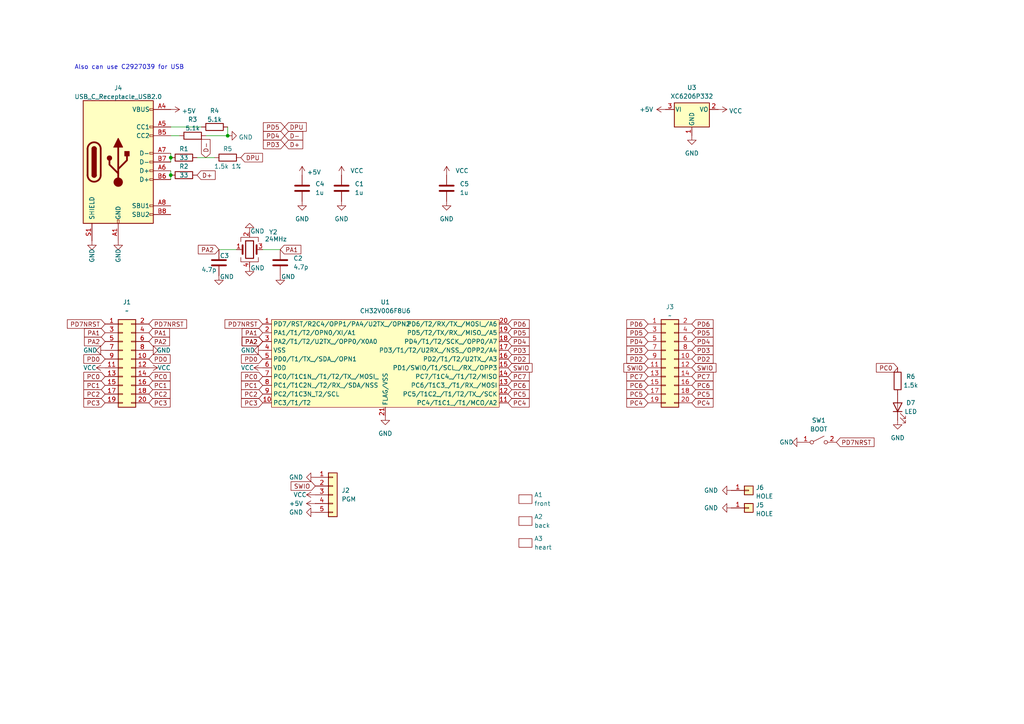
<source format=kicad_sch>
(kicad_sch (version 20250114) (generator "eeschema") (generator_version "9.0")
  (paper "A4")
  (lib_symbols
    (symbol "Connector:USB_C_Receptacle_USB2.0" (pin_names (offset 1.016))
      (property "Reference" "J" (at -10.16 19.05 0))
      (property "Value" "USB_C_Receptacle_USB2.0" (at 19.05 19.05 0))
      (symbol "USB_C_Receptacle_USB2.0_0_0"
        (rectangle (start -0.254 -17.78) (end 0.254 -16.764))
        (rectangle (start 10.16 15.494) (end 9.144 14.986))
        (rectangle (start 10.16 10.414) (end 9.144 9.906))
        (rectangle (start 10.16 7.874) (end 9.144 7.366))
        (rectangle (start 10.16 2.794) (end 9.144 2.286))
        (rectangle (start 10.16 0.254) (end 9.144 -0.254))
        (rectangle (start 10.16 -2.286) (end 9.144 -2.794))
        (rectangle (start 10.16 -4.826) (end 9.144 -5.334))
        (rectangle (start 10.16 -12.446) (end 9.144 -12.954))
        (rectangle (start 10.16 -14.986) (end 9.144 -15.494))
      )
      (symbol "USB_C_Receptacle_USB2.0_0_1"
        (rectangle (start -10.16 17.78) (end 10.16 -17.78) (stroke (width 0.254)) (fill (type background)))
        (polyline (pts (xy -8.89 -3.81) (xy -8.89 3.81)) (stroke (width 0.508)))
        (rectangle (start -7.62 -3.81) (end -6.35 3.81) (stroke (width 0.254)) (fill (type outline)))
        (arc (start -7.62 3.81) (mid -6.985 4.4422) (end -6.35 3.81) (stroke (width 0.254)))
        (arc (start -7.62 3.81) (mid -6.985 4.4422) (end -6.35 3.81) (stroke (width 0.254)) (fill (type outline)))
        (arc (start -8.89 3.81) (mid -6.985 5.7066) (end -5.08 3.81) (stroke (width 0.508)))
        (arc (start -5.08 -3.81) (mid -6.985 -5.7066) (end -8.89 -3.81) (stroke (width 0.508)))
        (arc (start -6.35 -3.81) (mid -6.985 -4.4422) (end -7.62 -3.81) (stroke (width 0.254)))
        (arc (start -6.35 -3.81) (mid -6.985 -4.4422) (end -7.62 -3.81) (stroke (width 0.254)) (fill (type outline)))
        (polyline (pts (xy -5.08 3.81) (xy -5.08 -3.81)) (stroke (width 0.508)))
        (circle (center -2.54 1.143) (radius 0.635) (stroke (width 0.254)) (fill (type outline)))
        (polyline (pts (xy -1.27 4.318) (xy 0 6.858) (xy 1.27 4.318) (xy -1.27 4.318)) (stroke (width 0.254)) (fill (type outline)))
        (polyline (pts (xy 0 -2.032) (xy 2.54 0.508) (xy 2.54 1.778)) (stroke (width 0.508)))
        (polyline (pts (xy 0 -3.302) (xy -2.54 -0.762) (xy -2.54 0.508)) (stroke (width 0.508)))
        (polyline (pts (xy 0 -5.842) (xy 0 4.318)) (stroke (width 0.508)))
        (circle (center 0 -5.842) (radius 1.27) (fill (type outline)))
        (rectangle (start 1.905 1.778) (end 3.175 3.048) (stroke (width 0.254)) (fill (type outline)))
      )
      (symbol "USB_C_Receptacle_USB2.0_1_1"
        (pin passive line (at -7.62 -22.86 90) (length 5.08) (name "SHIELD") (number "S1"))
        (pin passive line (at 0 -22.86 90) (length 5.08) (name "GND") (number "A1"))
        (pin passive line (at 0 -22.86 90) (length 5.08) (hide yes) (name "GND") (number "A12"))
        (pin passive line (at 0 -22.86 90) (length 5.08) (hide yes) (name "GND") (number "B1"))
        (pin passive line (at 0 -22.86 90) (length 5.08) (hide yes) (name "GND") (number "B12"))
        (pin passive line (at 15.24 15.24 180) (length 5.08) (name "VBUS") (number "A4"))
        (pin passive line (at 15.24 15.24 180) (length 5.08) (hide yes) (name "VBUS") (number "A9"))
        (pin passive line (at 15.24 15.24 180) (length 5.08) (hide yes) (name "VBUS") (number "B4"))
        (pin passive line (at 15.24 15.24 180) (length 5.08) (hide yes) (name "VBUS") (number "B9"))
        (pin bidirectional line (at 15.24 10.16 180) (length 5.08) (name "CC1") (number "A5"))
        (pin bidirectional line (at 15.24 7.62 180) (length 5.08) (name "CC2") (number "B5"))
        (pin bidirectional line (at 15.24 2.54 180) (length 5.08) (name "D-") (number "A7"))
        (pin bidirectional line (at 15.24 0 180) (length 5.08) (name "D-") (number "B7"))
        (pin bidirectional line (at 15.24 -2.54 180) (length 5.08) (name "D+") (number "A6"))
        (pin bidirectional line (at 15.24 -5.08 180) (length 5.08) (name "D+") (number "B6"))
        (pin bidirectional line (at 15.24 -12.7 180) (length 5.08) (name "SBU1") (number "A8"))
        (pin bidirectional line (at 15.24 -15.24 180) (length 5.08) (name "SBU2") (number "B8"))
      )
    )
    (symbol "Connector_Generic:Conn_01x01" (pin_names (offset 1.016) (hide yes))
      (property "Reference" "J" (at 0 2.54 0))
      (property "Value" "Conn_01x01" (at 0 -2.54 0))
      (symbol "Conn_01x01_1_1"
        (rectangle (start -1.27 1.27) (end 1.27 -1.27) (stroke (width 0.254)) (fill (type background)))
        (rectangle (start -1.27 0.127) (end 0 -0.127) (stroke (width 0.1524)))
        (pin passive line (at -5.08 0 0) (length 3.81) (name "Pin_1") (number "1"))
      )
    )
    (symbol "Connector_Generic:Conn_01x05" (pin_names (offset 1.016) (hide yes))
      (property "Reference" "J" (at 0 7.62 0))
      (property "Value" "Conn_01x05" (at 0 -7.62 0))
      (symbol "Conn_01x05_1_1"
        (rectangle (start -1.27 6.35) (end 1.27 -6.35) (stroke (width 0.254)) (fill (type background)))
        (rectangle (start -1.27 5.207) (end 0 4.953) (stroke (width 0.1524)))
        (rectangle (start -1.27 2.667) (end 0 2.413) (stroke (width 0.1524)))
        (rectangle (start -1.27 0.127) (end 0 -0.127) (stroke (width 0.1524)))
        (rectangle (start -1.27 -2.413) (end 0 -2.667) (stroke (width 0.1524)))
        (rectangle (start -1.27 -4.953) (end 0 -5.207) (stroke (width 0.1524)))
        (pin passive line (at -5.08 5.08 0) (length 3.81) (name "Pin_1") (number "1"))
        (pin passive line (at -5.08 2.54 0) (length 3.81) (name "Pin_2") (number "2"))
        (pin passive line (at -5.08 0 0) (length 3.81) (name "Pin_3") (number "3"))
        (pin passive line (at -5.08 -2.54 0) (length 3.81) (name "Pin_4") (number "4"))
        (pin passive line (at -5.08 -5.08 0) (length 3.81) (name "Pin_5") (number "5"))
      )
    )
    (symbol "Connector_Generic:Conn_02x10_Odd_Even" (pin_names (offset 1.016) (hide yes))
      (property "Reference" "J" (at 1.27 12.7 0))
      (property "Value" "Conn_02x10_Odd_Even" (at 1.27 -15.24 0))
      (symbol "Conn_02x10_Odd_Even_1_1"
        (rectangle (start -1.27 11.43) (end 3.81 -13.97) (stroke (width 0.254)) (fill (type background)))
        (rectangle (start -1.27 10.287) (end 0 10.033) (stroke (width 0.1524)))
        (rectangle (start -1.27 7.747) (end 0 7.493) (stroke (width 0.1524)))
        (rectangle (start -1.27 5.207) (end 0 4.953) (stroke (width 0.1524)))
        (rectangle (start -1.27 2.667) (end 0 2.413) (stroke (width 0.1524)))
        (rectangle (start -1.27 0.127) (end 0 -0.127) (stroke (width 0.1524)))
        (rectangle (start -1.27 -2.413) (end 0 -2.667) (stroke (width 0.1524)))
        (rectangle (start -1.27 -4.953) (end 0 -5.207) (stroke (width 0.1524)))
        (rectangle (start -1.27 -7.493) (end 0 -7.747) (stroke (width 0.1524)))
        (rectangle (start -1.27 -10.033) (end 0 -10.287) (stroke (width 0.1524)))
        (rectangle (start -1.27 -12.573) (end 0 -12.827) (stroke (width 0.1524)))
        (rectangle (start 3.81 10.287) (end 2.54 10.033) (stroke (width 0.1524)))
        (rectangle (start 3.81 7.747) (end 2.54 7.493) (stroke (width 0.1524)))
        (rectangle (start 3.81 5.207) (end 2.54 4.953) (stroke (width 0.1524)))
        (rectangle (start 3.81 2.667) (end 2.54 2.413) (stroke (width 0.1524)))
        (rectangle (start 3.81 0.127) (end 2.54 -0.127) (stroke (width 0.1524)))
        (rectangle (start 3.81 -2.413) (end 2.54 -2.667) (stroke (width 0.1524)))
        (rectangle (start 3.81 -4.953) (end 2.54 -5.207) (stroke (width 0.1524)))
        (rectangle (start 3.81 -7.493) (end 2.54 -7.747) (stroke (width 0.1524)))
        (rectangle (start 3.81 -10.033) (end 2.54 -10.287) (stroke (width 0.1524)))
        (rectangle (start 3.81 -12.573) (end 2.54 -12.827) (stroke (width 0.1524)))
        (pin passive line (at -5.08 10.16 0) (length 3.81) (name "Pin_1") (number "1"))
        (pin passive line (at -5.08 7.62 0) (length 3.81) (name "Pin_3") (number "3"))
        (pin passive line (at -5.08 5.08 0) (length 3.81) (name "Pin_5") (number "5"))
        (pin passive line (at -5.08 2.54 0) (length 3.81) (name "Pin_7") (number "7"))
        (pin passive line (at -5.08 0 0) (length 3.81) (name "Pin_9") (number "9"))
        (pin passive line (at -5.08 -2.54 0) (length 3.81) (name "Pin_11") (number "11"))
        (pin passive line (at -5.08 -5.08 0) (length 3.81) (name "Pin_13") (number "13"))
        (pin passive line (at -5.08 -7.62 0) (length 3.81) (name "Pin_15") (number "15"))
        (pin passive line (at -5.08 -10.16 0) (length 3.81) (name "Pin_17") (number "17"))
        (pin passive line (at -5.08 -12.7 0) (length 3.81) (name "Pin_19") (number "19"))
        (pin passive line (at 7.62 10.16 180) (length 3.81) (name "Pin_2") (number "2"))
        (pin passive line (at 7.62 7.62 180) (length 3.81) (name "Pin_4") (number "4"))
        (pin passive line (at 7.62 5.08 180) (length 3.81) (name "Pin_6") (number "6"))
        (pin passive line (at 7.62 2.54 180) (length 3.81) (name "Pin_8") (number "8"))
        (pin passive line (at 7.62 0 180) (length 3.81) (name "Pin_10") (number "10"))
        (pin passive line (at 7.62 -2.54 180) (length 3.81) (name "Pin_12") (number "12"))
        (pin passive line (at 7.62 -5.08 180) (length 3.81) (name "Pin_14") (number "14"))
        (pin passive line (at 7.62 -7.62 180) (length 3.81) (name "Pin_16") (number "16"))
        (pin passive line (at 7.62 -10.16 180) (length 3.81) (name "Pin_18") (number "18"))
        (pin passive line (at 7.62 -12.7 180) (length 3.81) (name "Pin_20") (number "20"))
      )
    )
    (symbol "Device:C" (pin_numbers (hide yes)) (pin_names (offset 0.254))
      (property "Reference" "C" (at 0.635 2.54 0))
      (property "Value" "C" (at 0.635 -2.54 0))
      (symbol "C_0_1"
        (polyline (pts (xy -2.032 0.762) (xy 2.032 0.762)) (stroke (width 0.508)))
        (polyline (pts (xy -2.032 -0.762) (xy 2.032 -0.762)) (stroke (width 0.508)))
      )
      (symbol "C_1_1"
        (pin passive line (at 0 3.81 270) (length 2.794) (name "~") (number "1"))
        (pin passive line (at 0 -3.81 90) (length 2.794) (name "~") (number "2"))
      )
    )
    (symbol "Device:Crystal_GND24" (pin_names (offset 1.016) (hide yes))
      (property "Reference" "Y" (at 3.175 5.08 0))
      (property "Value" "Crystal_GND24" (at 3.175 3.175 0))
      (symbol "Crystal_GND24_0_1"
        (polyline (pts (xy -2.54 2.286) (xy -2.54 3.556) (xy 2.54 3.556) (xy 2.54 2.286)))
        (polyline (pts (xy -2.54 0) (xy -2.032 0)))
        (polyline (pts (xy -2.54 -2.286) (xy -2.54 -3.556) (xy 2.54 -3.556) (xy 2.54 -2.286)))
        (polyline (pts (xy -2.032 -1.27) (xy -2.032 1.27)) (stroke (width 0.508)))
        (rectangle (start -1.143 2.54) (end 1.143 -2.54) (stroke (width 0.3048)))
        (polyline (pts (xy 0 3.556) (xy 0 3.81)))
        (polyline (pts (xy 0 -3.81) (xy 0 -3.556)))
        (polyline (pts (xy 2.032 0) (xy 2.54 0)))
        (polyline (pts (xy 2.032 -1.27) (xy 2.032 1.27)) (stroke (width 0.508)))
      )
      (symbol "Crystal_GND24_1_1"
        (pin passive line (at -3.81 0 0) (length 1.27) (name "1") (number "1"))
        (pin passive line (at 0 5.08 270) (length 1.27) (name "2") (number "2"))
        (pin passive line (at 0 -5.08 90) (length 1.27) (name "4") (number "4"))
        (pin passive line (at 3.81 0 180) (length 1.27) (name "3") (number "3"))
      )
    )
    (symbol "Device:LED" (pin_numbers (hide yes)) (pin_names (offset 1.016) (hide yes))
      (property "Reference" "D" (at 0 2.54 0))
      (property "Value" "LED" (at 0 -2.54 0))
      (symbol "LED_0_1"
        (polyline (pts (xy -3.048 -0.762) (xy -4.572 -2.286) (xy -3.81 -2.286) (xy -4.572 -2.286) (xy -4.572 -1.524)))
        (polyline (pts (xy -1.778 -0.762) (xy -3.302 -2.286) (xy -2.54 -2.286) (xy -3.302 -2.286) (xy -3.302 -1.524)))
        (polyline (pts (xy -1.27 0) (xy 1.27 0)))
        (polyline (pts (xy -1.27 -1.27) (xy -1.27 1.27)) (stroke (width 0.254)))
        (polyline (pts (xy 1.27 -1.27) (xy 1.27 1.27) (xy -1.27 0) (xy 1.27 -1.27)) (stroke (width 0.254)))
      )
      (symbol "LED_1_1"
        (pin passive line (at -3.81 0 0) (length 2.54) (name "K") (number "1"))
        (pin passive line (at 3.81 0 180) (length 2.54) (name "A") (number "2"))
      )
    )
    (symbol "Device:R" (pin_numbers (hide yes)) (pin_names (offset 0))
      (property "Reference" "R" (at 2.032 0 90))
      (property "Value" "R" (at 0 0 90))
      (symbol "R_0_1"
        (rectangle (start -1.016 -2.54) (end 1.016 2.54) (stroke (width 0.254)))
      )
      (symbol "R_1_1"
        (pin passive line (at 0 3.81 270) (length 1.27) (name "~") (number "1"))
        (pin passive line (at 0 -3.81 90) (length 1.27) (name "~") (number "2"))
      )
    )
    (symbol "Regulator_Linear:AZ1117-5.0" (pin_names (offset 0.254))
      (property "Reference" "U" (at -3.81 3.175 0))
      (property "Value" "AZ1117-5.0" (at 0 3.175 0))
      (symbol "AZ1117-5.0_0_1"
        (rectangle (start -5.08 1.905) (end 5.08 -5.08) (stroke (width 0.254)) (fill (type background)))
      )
      (symbol "AZ1117-5.0_1_1"
        (pin power_in line (at -7.62 0 0) (length 2.54) (name "VI") (number "3"))
        (pin power_in line (at 0 -7.62 90) (length 2.54) (name "GND") (number "1"))
        (pin power_out line (at 7.62 0 180) (length 2.54) (name "VO") (number "2"))
      )
    )
    (symbol "Switch:SW_SPST" (pin_names (offset 0) (hide yes))
      (property "Reference" "SW" (at 0 3.175 0))
      (property "Value" "SW_SPST" (at 0 -2.54 0))
      (symbol "SW_SPST_0_0"
        (circle (center -2.032 0) (radius 0.508))
        (polyline (pts (xy -1.524 0.254) (xy 1.524 1.778)))
        (circle (center 2.032 0) (radius 0.508))
      )
      (symbol "SW_SPST_1_1"
        (pin passive line (at -5.08 0 0) (length 2.54) (name "A") (number "1"))
        (pin passive line (at 5.08 0 180) (length 2.54) (name "B") (number "2"))
      )
    )
    (symbol "artwork:artwork"
      (property "Reference" "A" (at 0 0 0))
      (property "Value" "artwork" (at 0 2.54 0))
      (symbol "artwork_0_1"
        (rectangle (start -1.905 1.27) (end 1.905 -1.27))
      )
    )
    (symbol "cnhardware:CH32V006F8U6"
      (property "Reference" "U" (at 0 -1.27 0))
      (property "Value" "CH32V006F8U6" (at 2.54 0 0))
      (symbol "CH32V006F8U6_1_1"
        (rectangle (start -33.02 12.7) (end 33.02 -12.7) (fill (type background)))
        (pin bidirectional line (at -35.56 11.43 0) (length 2.54) (name "PD7/RST/R2C4/OPP1/PA4/U2TX_/OPN2") (number "1"))
        (pin bidirectional line (at -35.56 8.89 0) (length 2.54) (name "PA1/T1/T2/OPN0/XI/A1") (number "2"))
        (pin bidirectional line (at -35.56 6.35 0) (length 2.54) (name "PA2/T1/T2/U2TX_/OPP0/X0A0") (number "3"))
        (pin bidirectional line (at -35.56 3.81 0) (length 2.54) (name "VSS") (number "4"))
        (pin bidirectional line (at -35.56 1.27 0) (length 2.54) (name "PD0/T1/TX_/SDA_/OPN1") (number "5"))
        (pin bidirectional line (at -35.56 -1.27 0) (length 2.54) (name "VDD") (number "6"))
        (pin bidirectional line (at -35.56 -3.81 0) (length 2.54) (name "PC0/T1C1N_/T1/T2/TX_/MOSI_") (number "7"))
        (pin bidirectional line (at -35.56 -6.35 0) (length 2.54) (name "PC1/T1C2N_/T2/RX_/SDA/NSS") (number "8"))
        (pin bidirectional line (at -35.56 -8.89 0) (length 2.54) (name "PC2/T1C3N_T2/SCL") (number "9"))
        (pin bidirectional line (at -35.56 -11.43 0) (length 2.54) (name "PC3/T1/T2") (number "10"))
        (pin bidirectional line (at 0 -15.24 90) (length 2.54) (name "FLAG/VSS") (number "21"))
        (pin bidirectional line (at 35.56 11.43 180) (length 2.54) (name "PD6/T2/RX/TX_/MOSI_/A6") (number "20"))
        (pin bidirectional line (at 35.56 8.89 180) (length 2.54) (name "PD5/T2/TX/RX_/MISO_/A5") (number "19"))
        (pin bidirectional line (at 35.56 6.35 180) (length 2.54) (name "PD4/T1/T2/SCK_/OPP0/A7") (number "18"))
        (pin bidirectional line (at 35.56 3.81 180) (length 2.54) (name "PD3/T1/T2/U2RX_/NSS_/OPP2/A4") (number "17"))
        (pin bidirectional line (at 35.56 1.27 180) (length 2.54) (name "PD2/T1/T2/U2TX_/A3") (number "16"))
        (pin bidirectional line (at 35.56 -1.27 180) (length 2.54) (name "PD1/SWIO/T1/SCL_/RX_/OPP3") (number "15"))
        (pin bidirectional line (at 35.56 -3.81 180) (length 2.54) (name "PC7/T1C4_/T1/T2/MISO") (number "14"))
        (pin bidirectional line (at 35.56 -6.35 180) (length 2.54) (name "PC6/T1C3_/T1/RX_/MOSI") (number "13"))
        (pin bidirectional line (at 35.56 -8.89 180) (length 2.54) (name "PC5/T1C2_/T1/T2/TX_/SCK") (number "12"))
        (pin bidirectional line (at 35.56 -11.43 180) (length 2.54) (name "PC4/T1C1_/T1/MCO/A2") (number "11"))
      )
    )
    (symbol "power:+5V" (power) (pin_names (offset 0))
      (property "Value" "+5V" (at 0 3.556 0))
      (symbol "+5V_0_1"
        (polyline (pts (xy -0.762 1.27) (xy 0 2.54)))
        (polyline (pts (xy 0 2.54) (xy 0.762 1.27)))
        (polyline (pts (xy 0 0) (xy 0 2.54)))
      )
      (symbol "+5V_1_1"
        (pin power_in line (at 0 0 90) (length 0) (hide yes) (name "+5V") (number "1"))
      )
    )
    (symbol "power:GND" (power) (pin_names (offset 0))
      (property "Value" "GND" (at 0 -3.81 0))
      (symbol "GND_0_1"
        (polyline (pts (xy 0 0) (xy 0 -1.27) (xy 1.27 -1.27) (xy 0 -2.54) (xy -1.27 -1.27) (xy 0 -1.27)))
      )
      (symbol "GND_1_1"
        (pin power_in line (at 0 0 270) (length 0) (hide yes) (name "GND") (number "1"))
      )
    )
    (symbol "power:VCC" (power) (pin_names (offset 0))
      (property "Value" "VCC" (at 0 3.81 0))
      (symbol "VCC_0_1"
        (polyline (pts (xy -0.762 1.27) (xy 0 2.54)))
        (polyline (pts (xy 0 2.54) (xy 0.762 1.27)))
        (polyline (pts (xy 0 0) (xy 0 2.54)))
      )
      (symbol "VCC_1_1"
        (pin power_in line (at 0 0 90) (length 0) (hide yes) (name "VCC") (number "1"))
      )
    )
  )
  (text "Also can use C2927039 for USB" (at 21.59 20.32 0) (effects (font (size 1.27 1.27)) (justify left bottom)))
  (junction (at 49.53 50.8))
  (junction (at 66.04 39.37))
  (junction (at 49.53 45.72))
  (wire (pts (xy 57.15 45.72) (xy 62.23 45.72)))
  (wire (pts (xy 81.28 72.39) (xy 76.2 72.39)))
  (wire (pts (xy 52.07 39.37) (xy 49.53 39.37)))
  (wire (pts (xy 66.04 39.37) (xy 66.04 36.83)))
  (wire (pts (xy 49.53 49.53) (xy 49.53 50.8)))
  (wire (pts (xy 49.53 45.72) (xy 49.53 46.99)))
  (wire (pts (xy 59.69 39.37) (xy 66.04 39.37)))
  (wire (pts (xy 49.53 44.45) (xy 49.53 45.72)))
  (wire (pts (xy 63.5 72.39) (xy 68.58 72.39)))
  (wire (pts (xy 58.42 36.83) (xy 49.53 36.83)))
  (wire (pts (xy 49.53 50.8) (xy 49.53 52.07)))
  (global_label "PC5" (shape input) (at 187.96 114.3 180) (property "Intersheetrefs" "${INTERSHEET_REFS}" (effects (hide yes))))
  (global_label "PC3" (shape input) (at 30.48 116.84 180) (property "Intersheetrefs" "${INTERSHEET_REFS}" (effects (hide yes))))
  (global_label "PA1" (shape input) (at 43.18 96.52 0) (property "Intersheetrefs" "${INTERSHEET_REFS}" (effects (hide yes))))
  (global_label "PD6" (shape input) (at 147.32 93.98 0) (property "Intersheetrefs" "${INTERSHEET_REFS}" (effects (hide yes))))
  (global_label "D+" (shape input) (at 82.55 41.91 0) (property "Intersheetrefs" "${INTERSHEET_REFS}" (effects (hide yes))))
  (global_label "PC6" (shape input) (at 200.66 111.76 0) (property "Intersheetrefs" "${INTERSHEET_REFS}" (effects (hide yes))))
  (global_label "SWIO" (shape input) (at 200.66 106.68 0) (property "Intersheetrefs" "${INTERSHEET_REFS}" (effects (hide yes))))
  (global_label "PD2" (shape input) (at 147.32 104.14 0) (property "Intersheetrefs" "${INTERSHEET_REFS}" (effects (hide yes))))
  (global_label "PC0" (shape input) (at 260.35 106.68 180) (property "Intersheetrefs" "${INTERSHEET_REFS}" (effects (hide yes))))
  (global_label "PC5" (shape input) (at 147.32 114.3 0) (property "Intersheetrefs" "${INTERSHEET_REFS}" (effects (hide yes))))
  (global_label "PA2" (shape input) (at 76.2 99.06 180) (property "Intersheetrefs" "${INTERSHEET_REFS}" (effects (hide yes))))
  (global_label "PD0" (shape input) (at 30.48 104.14 180) (property "Intersheetrefs" "${INTERSHEET_REFS}" (effects (hide yes))))
  (global_label "PC3" (shape input) (at 43.18 116.84 0) (property "Intersheetrefs" "${INTERSHEET_REFS}" (effects (hide yes))))
  (global_label "PD5" (shape input) (at 187.96 96.52 180) (property "Intersheetrefs" "${INTERSHEET_REFS}" (effects (hide yes))))
  (global_label "PC0" (shape input) (at 76.2 109.22 180) (property "Intersheetrefs" "${INTERSHEET_REFS}" (effects (hide yes))))
  (global_label "PD4" (shape input) (at 147.32 99.06 0) (property "Intersheetrefs" "${INTERSHEET_REFS}" (effects (hide yes))))
  (global_label "PC1" (shape input) (at 43.18 111.76 0) (property "Intersheetrefs" "${INTERSHEET_REFS}" (effects (hide yes))))
  (global_label "PC3" (shape input) (at 76.2 116.84 180) (property "Intersheetrefs" "${INTERSHEET_REFS}" (effects (hide yes))))
  (global_label "PD5" (shape input) (at 200.66 96.52 0) (property "Intersheetrefs" "${INTERSHEET_REFS}" (effects (hide yes))))
  (global_label "PD6" (shape input) (at 200.66 93.98 0) (property "Intersheetrefs" "${INTERSHEET_REFS}" (effects (hide yes))))
  (global_label "PA2" (shape input) (at 43.18 99.06 0) (property "Intersheetrefs" "${INTERSHEET_REFS}" (effects (hide yes))))
  (global_label "PD7NRST" (shape input) (at 43.18 93.98 0) (property "Intersheetrefs" "${INTERSHEET_REFS}" (effects (hide yes))))
  (global_label "PA1" (shape input) (at 76.2 96.52 180) (property "Intersheetrefs" "${INTERSHEET_REFS}" (effects (hide yes))))
  (global_label "PA2" (shape input) (at 30.48 99.06 180) (property "Intersheetrefs" "${INTERSHEET_REFS}" (effects (hide yes))))
  (global_label "PD7NRST" (shape input) (at 76.2 93.98 180) (property "Intersheetrefs" "${INTERSHEET_REFS}" (effects (hide yes))))
  (global_label "PC1" (shape input) (at 76.2 111.76 180) (property "Intersheetrefs" "${INTERSHEET_REFS}" (effects (hide yes))))
  (global_label "PC7" (shape input) (at 187.96 109.22 180) (property "Intersheetrefs" "${INTERSHEET_REFS}" (effects (hide yes))))
  (global_label "D-" (shape input) (at 82.55 39.37 0) (property "Intersheetrefs" "${INTERSHEET_REFS}" (effects (hide yes))))
  (global_label "PC2" (shape input) (at 30.48 114.3 180) (property "Intersheetrefs" "${INTERSHEET_REFS}" (effects (hide yes))))
  (global_label "PC4" (shape input) (at 187.96 116.84 180) (property "Intersheetrefs" "${INTERSHEET_REFS}" (effects (hide yes))))
  (global_label "PC5" (shape input) (at 200.66 114.3 0) (property "Intersheetrefs" "${INTERSHEET_REFS}" (effects (hide yes))))
  (global_label "PD4" (shape input) (at 82.55 39.37 180) (property "Intersheetrefs" "${INTERSHEET_REFS}" (effects (hide yes))))
  (global_label "PC2" (shape input) (at 43.18 114.3 0) (property "Intersheetrefs" "${INTERSHEET_REFS}" (effects (hide yes))))
  (global_label "PA2" (shape input) (at 63.5 72.39 180) (property "Intersheetrefs" "${INTERSHEET_REFS}" (effects (hide yes))))
  (global_label "PD7NRST" (shape input) (at 30.48 93.98 180) (property "Intersheetrefs" "${INTERSHEET_REFS}" (effects (hide yes))))
  (global_label "PD3" (shape input) (at 147.32 101.6 0) (property "Intersheetrefs" "${INTERSHEET_REFS}" (effects (hide yes))))
  (global_label "PD2" (shape input) (at 200.66 104.14 0) (property "Intersheetrefs" "${INTERSHEET_REFS}" (effects (hide yes))))
  (global_label "D-" (shape input) (at 59.69 45.72 90) (property "Intersheetrefs" "${INTERSHEET_REFS}" (effects (hide yes))))
  (global_label "PC0" (shape input) (at 30.48 109.22 180) (property "Intersheetrefs" "${INTERSHEET_REFS}" (effects (hide yes))))
  (global_label "PC1" (shape input) (at 30.48 111.76 180) (property "Intersheetrefs" "${INTERSHEET_REFS}" (effects (hide yes))))
  (global_label "PC7" (shape input) (at 147.32 109.22 0) (property "Intersheetrefs" "${INTERSHEET_REFS}" (effects (hide yes))))
  (global_label "PD3" (shape input) (at 200.66 101.6 0) (property "Intersheetrefs" "${INTERSHEET_REFS}" (effects (hide yes))))
  (global_label "DPU" (shape input) (at 69.85 45.72 0) (property "Intersheetrefs" "${INTERSHEET_REFS}" (effects (hide yes))))
  (global_label "DPU" (shape input) (at 82.55 36.83 0) (property "Intersheetrefs" "${INTERSHEET_REFS}" (effects (hide yes))))
  (global_label "PA1" (shape input) (at 81.28 72.39 0) (property "Intersheetrefs" "${INTERSHEET_REFS}" (effects (hide yes))))
  (global_label "D+" (shape input) (at 57.15 50.8 0) (property "Intersheetrefs" "${INTERSHEET_REFS}" (effects (hide yes))))
  (global_label "PD3" (shape input) (at 187.96 101.6 180) (property "Intersheetrefs" "${INTERSHEET_REFS}" (effects (hide yes))))
  (global_label "PD0" (shape input) (at 76.2 104.14 180) (property "Intersheetrefs" "${INTERSHEET_REFS}" (effects (hide yes))))
  (global_label "PC6" (shape input) (at 147.32 111.76 0) (property "Intersheetrefs" "${INTERSHEET_REFS}" (effects (hide yes))))
  (global_label "SWIO" (shape input) (at 91.44 140.97 180) (property "Intersheetrefs" "${INTERSHEET_REFS}" (effects (hide yes))))
  (global_label "SWIO" (shape input) (at 187.96 106.68 180) (property "Intersheetrefs" "${INTERSHEET_REFS}" (effects (hide yes))))
  (global_label "PC6" (shape input) (at 187.96 111.76 180) (property "Intersheetrefs" "${INTERSHEET_REFS}" (effects (hide yes))))
  (global_label "PD7NRST" (shape input) (at 242.57 128.27 0) (property "Intersheetrefs" "${INTERSHEET_REFS}" (effects (hide yes))))
  (global_label "PC2" (shape input) (at 76.2 114.3 180) (property "Intersheetrefs" "${INTERSHEET_REFS}" (effects (hide yes))))
  (global_label "PD5" (shape input) (at 147.32 96.52 0) (property "Intersheetrefs" "${INTERSHEET_REFS}" (effects (hide yes))))
  (global_label "PD3" (shape input) (at 82.55 41.91 180) (property "Intersheetrefs" "${INTERSHEET_REFS}" (effects (hide yes))))
  (global_label "PA2" (shape input) (at 76.2 99.06 180) (property "Intersheetrefs" "${INTERSHEET_REFS}" (effects (hide yes))))
  (global_label "PD4" (shape input) (at 187.96 99.06 180) (property "Intersheetrefs" "${INTERSHEET_REFS}" (effects (hide yes))))
  (global_label "PC0" (shape input) (at 43.18 109.22 0) (property "Intersheetrefs" "${INTERSHEET_REFS}" (effects (hide yes))))
  (global_label "PC4" (shape input) (at 147.32 116.84 0) (property "Intersheetrefs" "${INTERSHEET_REFS}" (effects (hide yes))))
  (global_label "PA1" (shape input) (at 30.48 96.52 180) (property "Intersheetrefs" "${INTERSHEET_REFS}" (effects (hide yes))))
  (global_label "PD5" (shape input) (at 82.55 36.83 180) (property "Intersheetrefs" "${INTERSHEET_REFS}" (effects (hide yes))))
  (global_label "PC7" (shape input) (at 200.66 109.22 0) (property "Intersheetrefs" "${INTERSHEET_REFS}" (effects (hide yes))))
  (global_label "PD2" (shape input) (at 187.96 104.14 180) (property "Intersheetrefs" "${INTERSHEET_REFS}" (effects (hide yes))))
  (global_label "PD4" (shape input) (at 200.66 99.06 0) (property "Intersheetrefs" "${INTERSHEET_REFS}" (effects (hide yes))))
  (global_label "PC4" (shape input) (at 200.66 116.84 0) (property "Intersheetrefs" "${INTERSHEET_REFS}" (effects (hide yes))))
  (global_label "PD0" (shape input) (at 43.18 104.14 0) (property "Intersheetrefs" "${INTERSHEET_REFS}" (effects (hide yes))))
  (global_label "SWIO" (shape input) (at 147.32 106.68 0) (property "Intersheetrefs" "${INTERSHEET_REFS}" (effects (hide yes))))
  (global_label "PD6" (shape input) (at 187.96 93.98 180) (property "Intersheetrefs" "${INTERSHEET_REFS}" (effects (hide yes))))
  (symbol (lib_id "power:GND") (at 212.09 147.32 270) (unit 1)
    (property "Reference" "#PWR0132" (effects (hide yes)))
    (property "Value" "GND" (at 208.28 147.32 90) (effects (justify right)))
  )
  (symbol (lib_id "power:GND") (at 99.06 58.42 0) (unit 1)
    (property "Reference" "#PWR0103" (effects (hide yes)))
    (property "Value" "GND" (at 99.06 63.5 0))
  )
  (symbol (lib_id "power:VCC") (at 99.06 50.8 0) (unit 1)
    (property "Reference" "#PWR0102" (effects (hide yes)))
    (property "Value" "VCC" (at 101.6 49.5299 0) (effects (justify left)))
  )
  (symbol (lib_id "power:GND") (at 30.48 101.6 270) (unit 1)
    (property "Reference" "#PWR0116" (effects (hide yes)))
    (property "Value" "GND" (at 24.13 101.6 90) (effects (justify left)))
  )
  (symbol (lib_id "power:GND") (at 81.28 80.01 0) (unit 1)
    (property "Reference" "#PWR04" (effects (hide yes)))
    (property "Value" "GND" (at 81.534 80.264 0) (effects (justify left)))
  )
  (symbol (lib_id "Device:R") (at 66.04 45.72 90) (unit 1)
    (property "Reference" "R5" (at 66.04 43.18 90))
    (property "Value" "1.5k 1%" (at 66.04 48.26 90))
    (property "Footprint" "Resistor_SMD:R_0402_1005Metric" (effects (hide yes)))
    (property "LCSC" "C25867" (effects (hide yes)))
  )
  (symbol (lib_id "power:GND") (at 26.67 69.85 0) (unit 1)
    (property "Reference" "#PWR0120" (effects (hide yes)))
    (property "Value" "GND" (at 26.67 76.2 90) (effects (justify left)))
  )
  (symbol (lib_id "cnhardware:CH32V006F8U6") (at 111.76 105.41 0) (unit 1)
    (property "Reference" "U1" (at 111.76 87.63 0))
    (property "Value" "CH32V006F8U6" (at 111.76 90.17 0))
    (property "Footprint" "Package_DFN_QFN:QFN-20-1EP_3x3mm_P0.4mm_EP1.65x1.65mm" (effects (hide yes)))
    (property "JLCPCB" "C42431288" (effects (hide yes)))
  )
  (symbol (lib_id "power:GND") (at 72.39 77.47 0) (unit 1)
    (property "Reference" "#PWR02" (effects (hide yes)))
    (property "Value" "GND" (at 72.644 77.724 0) (effects (justify left)))
  )
  (symbol (lib_id "Device:C") (at 129.54 54.61 0) (unit 1)
    (property "Reference" "C5" (at 133.35 53.3399 0) (effects (justify left)))
    (property "Value" "1u" (at 133.35 55.8799 0) (effects (justify left)))
    (property "Footprint" "Capacitor_SMD:C_0402_1005Metric" (effects (hide yes)))
    (property "LCSC" "C52923" (effects (hide yes)))
  )
  (symbol (lib_id "Switch:SW_SPST") (at 237.49 128.27 0) (unit 1)
    (property "Reference" "SW1" (at 237.49 121.92 0))
    (property "Value" "BOOT" (at 237.49 124.46 0))
    (property "Footprint" "cnhardware:TS-1187A-B-A-B-TACTILE" (effects (hide yes)))
    (property "LCSC" "C318884" (effects (hide yes)))
  )
  (symbol (lib_id "power:GND") (at 91.44 138.43 270) (unit 1)
    (property "Reference" "#PWR0115" (effects (hide yes)))
    (property "Value" "GND" (at 83.82 138.43 90) (effects (justify left)))
  )
  (symbol (lib_id "power:+5V") (at 49.53 31.75 270) (unit 1)
    (property "Reference" "#PWR0133" (effects (hide yes)))
    (property "Value" "+5V" (at 52.705 32.1838 90) (effects (justify left)))
  )
  (symbol (lib_id "power:+5V") (at 193.04 31.75 90) (unit 1)
    (property "Reference" "#PWR0137" (effects (hide yes)))
    (property "Value" "+5V" (at 185.42 31.75 90) (effects (justify right)))
  )
  (symbol (lib_id "power:+5V") (at 87.63 50.8 0) (unit 1)
    (property "Reference" "#PWR0135" (effects (hide yes)))
    (property "Value" "+5V" (at 89.027 49.9638 0) (effects (justify left)))
  )
  (symbol (lib_id "power:GND") (at 212.09 142.24 270) (unit 1)
    (property "Reference" "#PWR09" (effects (hide yes)))
    (property "Value" "GND" (at 208.28 142.24 90) (effects (justify right)))
  )
  (symbol (lib_id "Connector:USB_C_Receptacle_USB2.0") (at 34.29 46.99 0) (unit 1)
    (property "Reference" "J4" (at 34.29 25.5102 0))
    (property "Value" "USB_C_Receptacle_USB2.0" (at 34.29 28.0471 0))
    (property "Footprint" "Connector_USB:USB_C_Receptacle_HRO_TYPE-C-31-M-12" (effects (hide yes)))
    (property "Datasheet" "https://www.usb.org/sites/default/files/documents/usb_type-c.zip" (effects (hide yes)))
    (property "LCSC" "C709358" (effects (hide yes)))
  )
  (symbol (lib_id "power:VCC") (at 129.54 50.8 0) (unit 1)
    (property "Reference" "#PWR0144" (effects (hide yes)))
    (property "Value" "VCC" (at 132.08 49.5299 0) (effects (justify left)))
  )
  (symbol (lib_id "Connector_Generic:Conn_01x05") (at 96.52 143.51 0) (unit 1)
    (property "Reference" "J2" (at 99.06 142.2399 0) (effects (justify left)))
    (property "Value" "PGM" (at 99.06 144.7799 0) (effects (justify left)))
    (property "Footprint" "Custom:PinHeader_1x05_P2.54mm_Vertical" (effects (hide yes)))
    (property "LCSC" "C358687" (effects (hide yes)))
  )
  (symbol (lib_id "power:GND") (at 63.5 80.01 0) (unit 1)
    (property "Reference" "#PWR05" (effects (hide yes)))
    (property "Value" "GND" (at 63.754 80.264 0) (effects (justify left)))
  )
  (symbol (lib_id "Device:R") (at 53.34 50.8 90) (unit 1)
    (property "Reference" "R2" (at 53.34 48.26 90))
    (property "Value" "33" (at 53.34 50.8 90))
    (property "Footprint" "Resistor_SMD:R_0402_1005Metric" (effects (hide yes)))
    (property "LCSC" "C25105" (effects (hide yes)))
  )
  (symbol (lib_id "artwork:artwork") (at 152.4 144.78 0) (unit 1) (in_bom no)
    (property "Reference" "A1" (at 154.94 143.5099 0) (effects (justify left)))
    (property "Value" "front" (at 154.94 146.0499 0) (effects (justify left)))
    (property "Footprint" "006fun:OctoFront" (effects (hide yes)))
  )
  (symbol (lib_id "power:GND") (at 87.63 58.42 0) (unit 1)
    (property "Reference" "#PWR0134" (effects (hide yes)))
    (property "Value" "GND" (at 87.63 63.5 0))
  )
  (symbol (lib_id "Connector_Generic:Conn_02x10_Odd_Even") (at 35.56 104.14 0) (unit 1)
    (property "Reference" "J1" (at 36.83 87.63 0))
    (property "Value" "~" (at 36.83 90.17 0))
    (property "Footprint" "Custom:PinHeader_2x10_P2.54mm_Vertical" (effects (hide yes)))
    (property "LCSC" "C124359" (effects (hide yes)))
  )
  (symbol (lib_id "power:VCC") (at 91.44 143.51 90) (unit 1)
    (property "Reference" "#PWR0106" (effects (hide yes)))
    (property "Value" "VCC" (at 85.09 143.51 90) (effects (justify right)))
  )
  (symbol (lib_id "power:+5V") (at 91.44 146.05 90) (unit 1)
    (property "Reference" "#PWR0113" (effects (hide yes)))
    (property "Value" "+5V" (at 83.82 146.05 90) (effects (justify right)))
  )
  (symbol (lib_id "Device:C") (at 81.28 76.2 0) (unit 1)
    (property "Reference" "C2" (at 85.09 74.9299 0) (effects (justify left)))
    (property "Value" "4.7p" (at 85.09 77.4699 0) (effects (justify left)))
    (property "Footprint" "Capacitor_SMD:C_0402_1005Metric" (effects (hide yes)))
    (property "LCSC" "C325453" (effects (hide yes)))
  )
  (symbol (lib_id "power:VCC") (at 76.2 106.68 90) (unit 1)
    (property "Reference" "#PWR0111" (effects (hide yes)))
    (property "Value" "VCC" (at 69.85 106.68 90) (effects (justify right)))
  )
  (symbol (lib_id "power:GND") (at 129.54 58.42 0) (unit 1)
    (property "Reference" "#PWR0142" (effects (hide yes)))
    (property "Value" "GND" (at 129.54 63.5 0))
  )
  (symbol (lib_id "artwork:artwork") (at 152.4 157.48 0) (unit 1) (in_bom no)
    (property "Reference" "A3" (at 154.94 156.2099 0) (effects (justify left)))
    (property "Value" "heart" (at 154.94 158.7499 0) (effects (justify left)))
    (property "Footprint" "art:Heart" (effects (hide yes)))
  )
  (symbol (lib_id "power:VCC") (at 30.48 106.68 90) (unit 1)
    (property "Reference" "#PWR0114" (effects (hide yes)))
    (property "Value" "VCC" (at 24.13 106.68 90) (effects (justify right)))
  )
  (symbol (lib_id "Device:R") (at 62.23 36.83 90) (unit 1)
    (property "Reference" "R4" (at 62.23 32.1142 90))
    (property "Value" "5.1k" (at 62.23 34.6511 90))
    (property "Footprint" "Resistor_SMD:R_0402_1005Metric" (effects (hide yes)))
    (property "LCSC" "C25905" (effects (hide yes)))
  )
  (symbol (lib_id "Device:C") (at 63.5 76.2 0) (unit 1)
    (property "Reference" "C3" (at 63.754 74.168 0) (effects (justify left)))
    (property "Value" "4.7p" (at 58.42 78.232 0) (effects (justify left)))
    (property "Footprint" "Capacitor_SMD:C_0402_1005Metric" (effects (hide yes)))
    (property "LCSC" "C325453" (effects (hide yes)))
  )
  (symbol (lib_id "power:GND") (at 76.2 101.6 270) (unit 1)
    (property "Reference" "#PWR0112" (effects (hide yes)))
    (property "Value" "GND" (at 69.85 101.6 90) (effects (justify left)))
  )
  (symbol (lib_id "power:GND") (at 43.18 101.6 90) (mirror x) (unit 1)
    (property "Reference" "#PWR0143" (effects (hide yes)))
    (property "Value" "GND" (at 49.53 101.6 90) (effects (justify left)))
  )
  (symbol (lib_id "Connector_Generic:Conn_01x01") (at 217.17 142.24 0) (unit 1) (in_bom no)
    (property "Reference" "J6" (at 219.202 141.4053 0) (effects (justify left)))
    (property "Value" "HOLE" (at 219.202 143.9422 0) (effects (justify left)))
    (property "Footprint" "MountingHole:MountingHole_2.2mm_M2_DIN965_Pad" (effects (hide yes)))
  )
  (symbol (lib_id "Device:R") (at 260.35 110.49 180) (unit 1)
    (property "Reference" "R6" (at 264.16 109.22 0))
    (property "Value" "1.5k" (at 264.16 111.76 0))
    (property "Footprint" "Resistor_SMD:R_0402_1005Metric" (effects (hide yes)))
    (property "LCSC" "C25867" (effects (hide yes)))
  )
  (symbol (lib_id "Device:LED") (at 260.35 118.11 90) (unit 1)
    (property "Reference" "D7" (at 264.16 116.84 90))
    (property "Value" "LED" (at 264.16 119.38 90))
    (property "Footprint" "LED_SMD:LED_0402_1005Metric" (effects (hide yes)))
    (property "LCSC" "C74342" (effects (hide yes)))
  )
  (symbol (lib_id "artwork:artwork") (at 152.4 151.13 0) (unit 1) (in_bom no)
    (property "Reference" "A2" (at 154.94 149.8599 0) (effects (justify left)))
    (property "Value" "back" (at 154.94 152.3999 0) (effects (justify left)))
    (property "Footprint" "006fun:OctoBack" (effects (hide yes)))
  )
  (symbol (lib_id "power:GND") (at 66.04 39.37 90) (unit 1)
    (property "Reference" "#PWR0121" (effects (hide yes)))
    (property "Value" "GND" (at 69.215 39.8038 90) (effects (justify right)))
  )
  (symbol (lib_id "power:GND") (at 200.66 39.37 0) (unit 1)
    (property "Reference" "#PWR0136" (effects (hide yes)))
    (property "Value" "GND" (at 200.66 44.45 0))
  )
  (symbol (lib_id "power:GND") (at 111.76 120.65 0) (unit 1)
    (property "Reference" "#PWR0117" (effects (hide yes)))
    (property "Value" "GND" (at 111.76 125.73 0))
  )
  (symbol (lib_id "Device:Crystal_GND24") (at 72.39 72.39 0) (unit 1)
    (property "Reference" "Y2" (at 79.248 67.31 0))
    (property "Value" "24MHz" (at 80.01 69.342 0))
    (property "Footprint" "Crystal:Crystal_SMD_2520-4Pin_2.5x2.0mm" (effects (hide yes)))
    (property "Description" "Four pin crystal, GND on pins 2 and 4" (effects (hide yes)))
    (property "LCSC" "C435195" (effects (hide yes)))
  )
  (symbol (lib_id "Device:C") (at 99.06 54.61 0) (unit 1)
    (property "Reference" "C1" (at 102.87 53.3399 0) (effects (justify left)))
    (property "Value" "1u" (at 102.87 55.8799 0) (effects (justify left)))
    (property "Footprint" "Capacitor_SMD:C_0402_1005Metric" (effects (hide yes)))
    (property "LCSC" "C52923" (effects (hide yes)))
  )
  (symbol (lib_id "power:VCC") (at 43.18 106.68 270) (mirror x) (unit 1)
    (property "Reference" "#PWR0131" (effects (hide yes)))
    (property "Value" "VCC" (at 49.53 106.68 90) (effects (justify right)))
  )
  (symbol (lib_id "power:GND") (at 260.35 121.92 0) (unit 1)
    (property "Reference" "#PWR01" (effects (hide yes)))
    (property "Value" "GND" (at 260.35 127 0))
  )
  (symbol (lib_id "power:GND") (at 232.41 128.27 270) (unit 1)
    (property "Reference" "#PWR0145" (effects (hide yes)))
    (property "Value" "GND" (at 226.06 128.27 90) (effects (justify left)))
  )
  (symbol (lib_id "power:GND") (at 91.44 148.59 270) (unit 1)
    (property "Reference" "#PWR0118" (effects (hide yes)))
    (property "Value" "GND" (at 83.82 148.59 90) (effects (justify left)))
  )
  (symbol (lib_id "power:VCC") (at 208.28 31.75 270) (unit 1)
    (property "Reference" "#PWR0139" (effects (hide yes)))
    (property "Value" "VCC" (at 211.455 32.1838 90) (effects (justify left)))
  )
  (symbol (lib_id "Device:C") (at 87.63 54.61 0) (unit 1)
    (property "Reference" "C4" (at 91.44 53.3399 0) (effects (justify left)))
    (property "Value" "1u" (at 91.44 55.8799 0) (effects (justify left)))
    (property "Footprint" "Capacitor_SMD:C_0402_1005Metric" (effects (hide yes)))
    (property "LCSC" "C52923" (effects (hide yes)))
  )
  (symbol (lib_id "Connector_Generic:Conn_01x01") (at 217.17 147.32 0) (unit 1) (in_bom no)
    (property "Reference" "J5" (at 219.202 146.4853 0) (effects (justify left)))
    (property "Value" "HOLE" (at 219.202 149.0222 0) (effects (justify left)))
    (property "Footprint" "MountingHole:MountingHole_2.2mm_M2_DIN965_Pad" (effects (hide yes)))
  )
  (symbol (lib_id "Connector_Generic:Conn_02x10_Odd_Even") (at 193.04 104.14 0) (unit 1)
    (property "Reference" "J3" (at 194.31 89.0102 0))
    (property "Value" "~" (at 194.31 91.5471 0))
    (property "Footprint" "Custom:PinHeader_2x10_P2.54mm_Vertical" (effects (hide yes)))
    (property "LCSC" "C124359" (effects (hide yes)))
  )
  (symbol (lib_id "Device:R") (at 53.34 45.72 90) (unit 1)
    (property "Reference" "R1" (at 53.34 43.18 90))
    (property "Value" "33" (at 53.34 45.72 90))
    (property "Footprint" "Resistor_SMD:R_0402_1005Metric" (effects (hide yes)))
    (property "LCSC" "C25105" (effects (hide yes)))
  )
  (symbol (lib_id "power:GND") (at 34.29 69.85 0) (unit 1)
    (property "Reference" "#PWR0107" (effects (hide yes)))
    (property "Value" "GND" (at 34.29 76.2 90) (effects (justify left)))
  )
  (symbol (lib_id "Device:R") (at 55.88 39.37 90) (unit 1)
    (property "Reference" "R3" (at 55.88 34.6542 90))
    (property "Value" "5.1k" (at 55.88 37.1911 90))
    (property "Footprint" "Resistor_SMD:R_0402_1005Metric" (effects (hide yes)))
    (property "LCSC" "C25905" (effects (hide yes)))
  )
  (symbol (lib_id "power:GND") (at 72.39 67.31 180) (unit 1)
    (property "Reference" "#PWR03" (effects (hide yes)))
    (property "Value" "GND" (at 76.708 67.056 0) (effects (justify left)))
  )
  (symbol (lib_id "Regulator_Linear:AZ1117-5.0") (at 200.66 31.75 0) (unit 1)
    (property "Reference" "U3" (at 200.66 25.4 0))
    (property "Value" "XC6206P332" (at 200.66 27.94 0))
    (property "Footprint" "Package_TO_SOT_SMD:SOT-23" (effects (hide yes)))
    (property "Description" "200mA 3.3V LDO" (effects (hide yes)))
    (property "LCSC" "C5446" (effects (hide yes)))
  )
)
</source>
